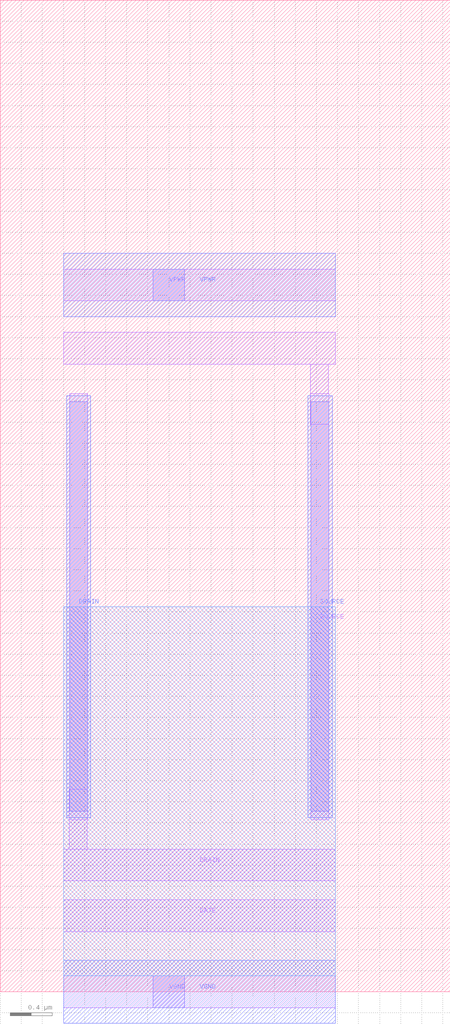
<source format=lef>
VERSION 5.7 ;
  NOWIREEXTENSIONATPIN ON ;
  DIVIDERCHAR "/" ;
  BUSBITCHARS "[]" ;
MACRO sky130_asc_nfet_01v8_lvt_1
  CLASS CORE ;
  FOREIGN sky130_asc_nfet_01v8_lvt_1 ;
  ORIGIN 0.000 0.000 ;
  SIZE 4.270 BY 9.400 ;
  SITE unitasc ;
  PIN GATE
    DIRECTION INOUT ;
    ANTENNAGATEAREA 8.000000 ;
    PORT
      LAYER li1 ;
        RECT 0.600 0.570 3.180 0.870 ;
    END
  END GATE
  PIN SOURCE
    DIRECTION INOUT ;
    ANTENNADIFFAREA 1.160000 ;
    PORT
      LAYER li1 ;
        RECT 0.600 5.950 3.180 6.250 ;
        RECT 2.945 5.670 3.115 5.950 ;
        RECT 2.945 5.380 3.120 5.670 ;
        RECT 2.950 1.630 3.120 5.380 ;
      LAYER mcon ;
        RECT 2.950 1.710 3.120 5.590 ;
      LAYER met1 ;
        RECT 2.920 1.650 3.150 5.650 ;
    END
  END SOURCE
  PIN DRAIN
    DIRECTION INOUT ;
    ANTENNADIFFAREA 1.160000 ;
    PORT
      LAYER li1 ;
        RECT 0.660 1.920 0.830 5.670 ;
        RECT 0.655 1.630 0.830 1.920 ;
        RECT 0.655 1.350 0.825 1.630 ;
        RECT 0.600 1.050 3.180 1.350 ;
      LAYER mcon ;
        RECT 0.660 1.710 0.830 5.590 ;
      LAYER met1 ;
        RECT 0.630 1.650 0.860 5.650 ;
    END
  END DRAIN
  PIN VPWR
    DIRECTION INOUT ;
    USE POWER ;
    PORT
      LAYER li1 ;
        RECT 0.600 6.550 3.180 6.850 ;
      LAYER mcon ;
        RECT 1.450 6.550 1.750 6.850 ;
      LAYER met1 ;
        RECT 0.600 6.400 3.180 7.000 ;
    END
  END VPWR
  PIN VGND
    DIRECTION INOUT ;
    USE GROUND ;
    PORT
      LAYER li1 ;
        RECT 0.600 -0.150 3.180 0.150 ;
      LAYER mcon ;
        RECT 1.450 -0.150 1.750 0.150 ;
      LAYER met1 ;
        RECT 0.600 -0.300 3.180 0.300 ;
    END
  END VGND
  OBS
      LAYER pwell ;
        RECT 0.600 0.150 3.180 3.650 ;
  END
END sky130_asc_nfet_01v8_lvt_1
END LIBRARY


</source>
